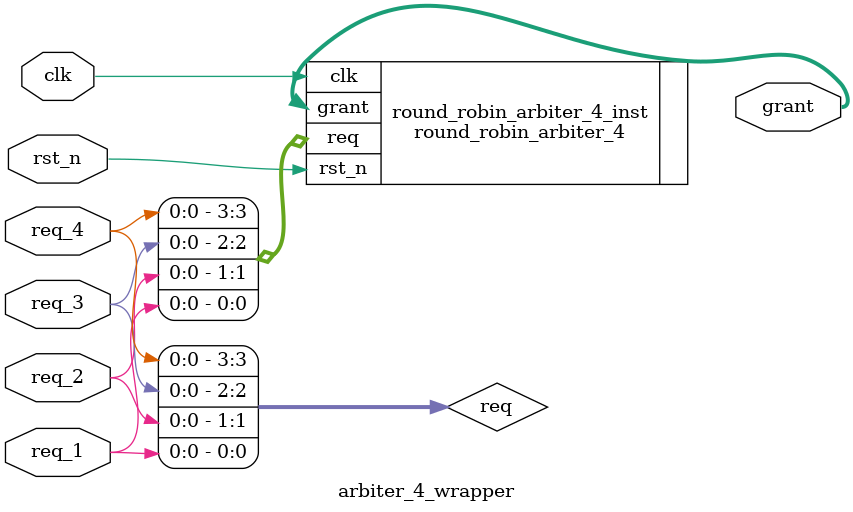
<source format=v>
`timescale 1ns / 1ps


module arbiter_4_wrapper(
    input clk,
    input rst_n,

    input req_1,
    input req_2,
    input req_3,
    input req_4,

    output [3:0] grant
    );

    wire [3:0] req;

    assign req = { req_4, req_3, req_2, req_1 };

    round_robin_arbiter_4 round_robin_arbiter_4_inst(
        .rst_n(rst_n),
	    .clk(clk),
	    .req(req),
	    .grant(grant)
    );
endmodule

</source>
